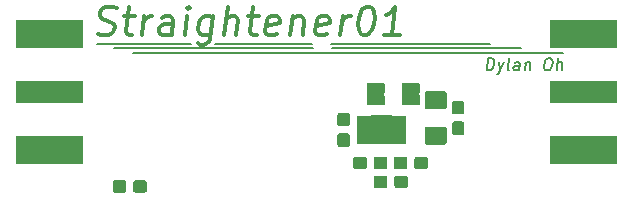
<source format=gbr>
G04 #@! TF.GenerationSoftware,KiCad,Pcbnew,(5.1.5)-3*
G04 #@! TF.CreationDate,2020-02-28T15:02:10-07:00*
G04 #@! TF.ProjectId,Straightener01,53747261-6967-4687-9465-6e657230312e,rev?*
G04 #@! TF.SameCoordinates,Original*
G04 #@! TF.FileFunction,Soldermask,Top*
G04 #@! TF.FilePolarity,Negative*
%FSLAX46Y46*%
G04 Gerber Fmt 4.6, Leading zero omitted, Abs format (unit mm)*
G04 Created by KiCad (PCBNEW (5.1.5)-3) date 2020-02-28 15:02:10*
%MOMM*%
%LPD*%
G04 APERTURE LIST*
%ADD10C,0.150000*%
%ADD11C,0.375000*%
%ADD12C,0.100000*%
G04 APERTURE END LIST*
D10*
X141933348Y-98952380D02*
X142058348Y-97952380D01*
X142296443Y-97952380D01*
X142433348Y-98000000D01*
X142516681Y-98095238D01*
X142552395Y-98190476D01*
X142576205Y-98380952D01*
X142558348Y-98523809D01*
X142486919Y-98714285D01*
X142427395Y-98809523D01*
X142320252Y-98904761D01*
X142171443Y-98952380D01*
X141933348Y-98952380D01*
X142921443Y-98285714D02*
X143076205Y-98952380D01*
X143397633Y-98285714D02*
X143076205Y-98952380D01*
X142951205Y-99190476D01*
X142897633Y-99238095D01*
X142796443Y-99285714D01*
X143838110Y-98952380D02*
X143748824Y-98904761D01*
X143713110Y-98809523D01*
X143820252Y-97952380D01*
X144647633Y-98952380D02*
X144713110Y-98428571D01*
X144677395Y-98333333D01*
X144588110Y-98285714D01*
X144397633Y-98285714D01*
X144296443Y-98333333D01*
X144653586Y-98904761D02*
X144552395Y-98952380D01*
X144314300Y-98952380D01*
X144225014Y-98904761D01*
X144189300Y-98809523D01*
X144201205Y-98714285D01*
X144260729Y-98619047D01*
X144361919Y-98571428D01*
X144600014Y-98571428D01*
X144701205Y-98523809D01*
X145207157Y-98285714D02*
X145123824Y-98952380D01*
X145195252Y-98380952D02*
X145248824Y-98333333D01*
X145350014Y-98285714D01*
X145492872Y-98285714D01*
X145582157Y-98333333D01*
X145617872Y-98428571D01*
X145552395Y-98952380D01*
X147105967Y-97952380D02*
X147296443Y-97952380D01*
X147385729Y-98000000D01*
X147469062Y-98095238D01*
X147492872Y-98285714D01*
X147451205Y-98619047D01*
X147379776Y-98809523D01*
X147272633Y-98904761D01*
X147171443Y-98952380D01*
X146980967Y-98952380D01*
X146891681Y-98904761D01*
X146808348Y-98809523D01*
X146784538Y-98619047D01*
X146826205Y-98285714D01*
X146897633Y-98095238D01*
X147004776Y-98000000D01*
X147105967Y-97952380D01*
X147838110Y-98952380D02*
X147963110Y-97952380D01*
X148266681Y-98952380D02*
X148332157Y-98428571D01*
X148296443Y-98333333D01*
X148207157Y-98285714D01*
X148064300Y-98285714D01*
X147963110Y-98333333D01*
X147909538Y-98380952D01*
X112000000Y-97500000D02*
X148400000Y-97500000D01*
X128800000Y-97100000D02*
X144800000Y-97100000D01*
X110400000Y-97100000D02*
X127200000Y-97100000D01*
X128700000Y-96700000D02*
X142200000Y-96700000D01*
X118900000Y-96700000D02*
X127100000Y-96700000D01*
X108900000Y-96700000D02*
X116900000Y-96700000D01*
D11*
X108973102Y-95871428D02*
X109301674Y-95985714D01*
X109873102Y-95985714D01*
X110115959Y-95871428D01*
X110244531Y-95757142D01*
X110387388Y-95528571D01*
X110415959Y-95300000D01*
X110330245Y-95071428D01*
X110230245Y-94957142D01*
X110015959Y-94842857D01*
X109573102Y-94728571D01*
X109358816Y-94614285D01*
X109258816Y-94500000D01*
X109173102Y-94271428D01*
X109201674Y-94042857D01*
X109344531Y-93814285D01*
X109473102Y-93700000D01*
X109715959Y-93585714D01*
X110287388Y-93585714D01*
X110615959Y-93700000D01*
X111215959Y-94385714D02*
X112130245Y-94385714D01*
X111658816Y-93585714D02*
X111401674Y-95642857D01*
X111487388Y-95871428D01*
X111701674Y-95985714D01*
X111930245Y-95985714D01*
X112730245Y-95985714D02*
X112930245Y-94385714D01*
X112873102Y-94842857D02*
X113015959Y-94614285D01*
X113144531Y-94500000D01*
X113387388Y-94385714D01*
X113615959Y-94385714D01*
X115244531Y-95985714D02*
X115401674Y-94728571D01*
X115315959Y-94500000D01*
X115101674Y-94385714D01*
X114644531Y-94385714D01*
X114401674Y-94500000D01*
X115258816Y-95871428D02*
X115015959Y-95985714D01*
X114444531Y-95985714D01*
X114230245Y-95871428D01*
X114144531Y-95642857D01*
X114173102Y-95414285D01*
X114315959Y-95185714D01*
X114558816Y-95071428D01*
X115130245Y-95071428D01*
X115373102Y-94957142D01*
X116387388Y-95985714D02*
X116587388Y-94385714D01*
X116687388Y-93585714D02*
X116558816Y-93700000D01*
X116658816Y-93814285D01*
X116787388Y-93700000D01*
X116687388Y-93585714D01*
X116658816Y-93814285D01*
X118758816Y-94385714D02*
X118515959Y-96328571D01*
X118373102Y-96557142D01*
X118244531Y-96671428D01*
X118001674Y-96785714D01*
X117658816Y-96785714D01*
X117444531Y-96671428D01*
X118573102Y-95871428D02*
X118330245Y-95985714D01*
X117873102Y-95985714D01*
X117658816Y-95871428D01*
X117558816Y-95757142D01*
X117473102Y-95528571D01*
X117558816Y-94842857D01*
X117701674Y-94614285D01*
X117830245Y-94500000D01*
X118073102Y-94385714D01*
X118530245Y-94385714D01*
X118744531Y-94500000D01*
X119701674Y-95985714D02*
X120001674Y-93585714D01*
X120730245Y-95985714D02*
X120887388Y-94728571D01*
X120801674Y-94500000D01*
X120587388Y-94385714D01*
X120244531Y-94385714D01*
X120001674Y-94500000D01*
X119873102Y-94614285D01*
X121730245Y-94385714D02*
X122644531Y-94385714D01*
X122173102Y-93585714D02*
X121915959Y-95642857D01*
X122001674Y-95871428D01*
X122215959Y-95985714D01*
X122444531Y-95985714D01*
X124173102Y-95871428D02*
X123930245Y-95985714D01*
X123473102Y-95985714D01*
X123258816Y-95871428D01*
X123173102Y-95642857D01*
X123287388Y-94728571D01*
X123430245Y-94500000D01*
X123673102Y-94385714D01*
X124130245Y-94385714D01*
X124344531Y-94500000D01*
X124430245Y-94728571D01*
X124401674Y-94957142D01*
X123230245Y-95185714D01*
X125501674Y-94385714D02*
X125301674Y-95985714D01*
X125473102Y-94614285D02*
X125601674Y-94500000D01*
X125844531Y-94385714D01*
X126187388Y-94385714D01*
X126401674Y-94500000D01*
X126487388Y-94728571D01*
X126330245Y-95985714D01*
X128401674Y-95871428D02*
X128158816Y-95985714D01*
X127701674Y-95985714D01*
X127487388Y-95871428D01*
X127401674Y-95642857D01*
X127515959Y-94728571D01*
X127658816Y-94500000D01*
X127901674Y-94385714D01*
X128358816Y-94385714D01*
X128573102Y-94500000D01*
X128658816Y-94728571D01*
X128630245Y-94957142D01*
X127458816Y-95185714D01*
X129530245Y-95985714D02*
X129730245Y-94385714D01*
X129673102Y-94842857D02*
X129815959Y-94614285D01*
X129944531Y-94500000D01*
X130187388Y-94385714D01*
X130415959Y-94385714D01*
X131773102Y-93585714D02*
X132001674Y-93585714D01*
X132215959Y-93700000D01*
X132315959Y-93814285D01*
X132401674Y-94042857D01*
X132458816Y-94500000D01*
X132387388Y-95071428D01*
X132215959Y-95528571D01*
X132073102Y-95757142D01*
X131944531Y-95871428D01*
X131701674Y-95985714D01*
X131473102Y-95985714D01*
X131258816Y-95871428D01*
X131158816Y-95757142D01*
X131073102Y-95528571D01*
X131015959Y-95071428D01*
X131087388Y-94500000D01*
X131258816Y-94042857D01*
X131401674Y-93814285D01*
X131530245Y-93700000D01*
X131773102Y-93585714D01*
X134558816Y-95985714D02*
X133187388Y-95985714D01*
X133873102Y-95985714D02*
X134173102Y-93585714D01*
X133901674Y-93928571D01*
X133644531Y-94157142D01*
X133401674Y-94271428D01*
D12*
G36*
X112989499Y-108278445D02*
G01*
X113026995Y-108289820D01*
X113061554Y-108308292D01*
X113091847Y-108333153D01*
X113116708Y-108363446D01*
X113135180Y-108398005D01*
X113146555Y-108435501D01*
X113151000Y-108480638D01*
X113151000Y-109119362D01*
X113146555Y-109164499D01*
X113135180Y-109201995D01*
X113116708Y-109236554D01*
X113091847Y-109266847D01*
X113061554Y-109291708D01*
X113026995Y-109310180D01*
X112989499Y-109321555D01*
X112944362Y-109326000D01*
X112205638Y-109326000D01*
X112160501Y-109321555D01*
X112123005Y-109310180D01*
X112088446Y-109291708D01*
X112058153Y-109266847D01*
X112033292Y-109236554D01*
X112014820Y-109201995D01*
X112003445Y-109164499D01*
X111999000Y-109119362D01*
X111999000Y-108480638D01*
X112003445Y-108435501D01*
X112014820Y-108398005D01*
X112033292Y-108363446D01*
X112058153Y-108333153D01*
X112088446Y-108308292D01*
X112123005Y-108289820D01*
X112160501Y-108278445D01*
X112205638Y-108274000D01*
X112944362Y-108274000D01*
X112989499Y-108278445D01*
G37*
G36*
X111239499Y-108278445D02*
G01*
X111276995Y-108289820D01*
X111311554Y-108308292D01*
X111341847Y-108333153D01*
X111366708Y-108363446D01*
X111385180Y-108398005D01*
X111396555Y-108435501D01*
X111401000Y-108480638D01*
X111401000Y-109119362D01*
X111396555Y-109164499D01*
X111385180Y-109201995D01*
X111366708Y-109236554D01*
X111341847Y-109266847D01*
X111311554Y-109291708D01*
X111276995Y-109310180D01*
X111239499Y-109321555D01*
X111194362Y-109326000D01*
X110455638Y-109326000D01*
X110410501Y-109321555D01*
X110373005Y-109310180D01*
X110338446Y-109291708D01*
X110308153Y-109266847D01*
X110283292Y-109236554D01*
X110264820Y-109201995D01*
X110253445Y-109164499D01*
X110249000Y-109119362D01*
X110249000Y-108480638D01*
X110253445Y-108435501D01*
X110264820Y-108398005D01*
X110283292Y-108363446D01*
X110308153Y-108333153D01*
X110338446Y-108308292D01*
X110373005Y-108289820D01*
X110410501Y-108278445D01*
X110455638Y-108274000D01*
X111194362Y-108274000D01*
X111239499Y-108278445D01*
G37*
G36*
X133349499Y-107878445D02*
G01*
X133386995Y-107889820D01*
X133421554Y-107908292D01*
X133451847Y-107933153D01*
X133476708Y-107963446D01*
X133495180Y-107998005D01*
X133506555Y-108035501D01*
X133511000Y-108080638D01*
X133511000Y-108719362D01*
X133506555Y-108764499D01*
X133495180Y-108801995D01*
X133476708Y-108836554D01*
X133451847Y-108866847D01*
X133421554Y-108891708D01*
X133386995Y-108910180D01*
X133349499Y-108921555D01*
X133304362Y-108926000D01*
X132565638Y-108926000D01*
X132520501Y-108921555D01*
X132483005Y-108910180D01*
X132448446Y-108891708D01*
X132418153Y-108866847D01*
X132393292Y-108836554D01*
X132374820Y-108801995D01*
X132363445Y-108764499D01*
X132359000Y-108719362D01*
X132359000Y-108080638D01*
X132363445Y-108035501D01*
X132374820Y-107998005D01*
X132393292Y-107963446D01*
X132418153Y-107933153D01*
X132448446Y-107908292D01*
X132483005Y-107889820D01*
X132520501Y-107878445D01*
X132565638Y-107874000D01*
X133304362Y-107874000D01*
X133349499Y-107878445D01*
G37*
G36*
X135099499Y-107878445D02*
G01*
X135136995Y-107889820D01*
X135171554Y-107908292D01*
X135201847Y-107933153D01*
X135226708Y-107963446D01*
X135245180Y-107998005D01*
X135256555Y-108035501D01*
X135261000Y-108080638D01*
X135261000Y-108719362D01*
X135256555Y-108764499D01*
X135245180Y-108801995D01*
X135226708Y-108836554D01*
X135201847Y-108866847D01*
X135171554Y-108891708D01*
X135136995Y-108910180D01*
X135099499Y-108921555D01*
X135054362Y-108926000D01*
X134315638Y-108926000D01*
X134270501Y-108921555D01*
X134233005Y-108910180D01*
X134198446Y-108891708D01*
X134168153Y-108866847D01*
X134143292Y-108836554D01*
X134124820Y-108801995D01*
X134113445Y-108764499D01*
X134109000Y-108719362D01*
X134109000Y-108080638D01*
X134113445Y-108035501D01*
X134124820Y-107998005D01*
X134143292Y-107963446D01*
X134168153Y-107933153D01*
X134198446Y-107908292D01*
X134233005Y-107889820D01*
X134270501Y-107878445D01*
X134315638Y-107874000D01*
X135054362Y-107874000D01*
X135099499Y-107878445D01*
G37*
G36*
X131599499Y-106278445D02*
G01*
X131636995Y-106289820D01*
X131671554Y-106308292D01*
X131701847Y-106333153D01*
X131726708Y-106363446D01*
X131745180Y-106398005D01*
X131756555Y-106435501D01*
X131761000Y-106480638D01*
X131761000Y-107119362D01*
X131756555Y-107164499D01*
X131745180Y-107201995D01*
X131726708Y-107236554D01*
X131701847Y-107266847D01*
X131671554Y-107291708D01*
X131636995Y-107310180D01*
X131599499Y-107321555D01*
X131554362Y-107326000D01*
X130815638Y-107326000D01*
X130770501Y-107321555D01*
X130733005Y-107310180D01*
X130698446Y-107291708D01*
X130668153Y-107266847D01*
X130643292Y-107236554D01*
X130624820Y-107201995D01*
X130613445Y-107164499D01*
X130609000Y-107119362D01*
X130609000Y-106480638D01*
X130613445Y-106435501D01*
X130624820Y-106398005D01*
X130643292Y-106363446D01*
X130668153Y-106333153D01*
X130698446Y-106308292D01*
X130733005Y-106289820D01*
X130770501Y-106278445D01*
X130815638Y-106274000D01*
X131554362Y-106274000D01*
X131599499Y-106278445D01*
G37*
G36*
X136789499Y-106278445D02*
G01*
X136826995Y-106289820D01*
X136861554Y-106308292D01*
X136891847Y-106333153D01*
X136916708Y-106363446D01*
X136935180Y-106398005D01*
X136946555Y-106435501D01*
X136951000Y-106480638D01*
X136951000Y-107119362D01*
X136946555Y-107164499D01*
X136935180Y-107201995D01*
X136916708Y-107236554D01*
X136891847Y-107266847D01*
X136861554Y-107291708D01*
X136826995Y-107310180D01*
X136789499Y-107321555D01*
X136744362Y-107326000D01*
X136005638Y-107326000D01*
X135960501Y-107321555D01*
X135923005Y-107310180D01*
X135888446Y-107291708D01*
X135858153Y-107266847D01*
X135833292Y-107236554D01*
X135814820Y-107201995D01*
X135803445Y-107164499D01*
X135799000Y-107119362D01*
X135799000Y-106480638D01*
X135803445Y-106435501D01*
X135814820Y-106398005D01*
X135833292Y-106363446D01*
X135858153Y-106333153D01*
X135888446Y-106308292D01*
X135923005Y-106289820D01*
X135960501Y-106278445D01*
X136005638Y-106274000D01*
X136744362Y-106274000D01*
X136789499Y-106278445D01*
G37*
G36*
X135039499Y-106278445D02*
G01*
X135076995Y-106289820D01*
X135111554Y-106308292D01*
X135141847Y-106333153D01*
X135166708Y-106363446D01*
X135185180Y-106398005D01*
X135196555Y-106435501D01*
X135201000Y-106480638D01*
X135201000Y-107119362D01*
X135196555Y-107164499D01*
X135185180Y-107201995D01*
X135166708Y-107236554D01*
X135141847Y-107266847D01*
X135111554Y-107291708D01*
X135076995Y-107310180D01*
X135039499Y-107321555D01*
X134994362Y-107326000D01*
X134255638Y-107326000D01*
X134210501Y-107321555D01*
X134173005Y-107310180D01*
X134138446Y-107291708D01*
X134108153Y-107266847D01*
X134083292Y-107236554D01*
X134064820Y-107201995D01*
X134053445Y-107164499D01*
X134049000Y-107119362D01*
X134049000Y-106480638D01*
X134053445Y-106435501D01*
X134064820Y-106398005D01*
X134083292Y-106363446D01*
X134108153Y-106333153D01*
X134138446Y-106308292D01*
X134173005Y-106289820D01*
X134210501Y-106278445D01*
X134255638Y-106274000D01*
X134994362Y-106274000D01*
X135039499Y-106278445D01*
G37*
G36*
X133349499Y-106278445D02*
G01*
X133386995Y-106289820D01*
X133421554Y-106308292D01*
X133451847Y-106333153D01*
X133476708Y-106363446D01*
X133495180Y-106398005D01*
X133506555Y-106435501D01*
X133511000Y-106480638D01*
X133511000Y-107119362D01*
X133506555Y-107164499D01*
X133495180Y-107201995D01*
X133476708Y-107236554D01*
X133451847Y-107266847D01*
X133421554Y-107291708D01*
X133386995Y-107310180D01*
X133349499Y-107321555D01*
X133304362Y-107326000D01*
X132565638Y-107326000D01*
X132520501Y-107321555D01*
X132483005Y-107310180D01*
X132448446Y-107291708D01*
X132418153Y-107266847D01*
X132393292Y-107236554D01*
X132374820Y-107201995D01*
X132363445Y-107164499D01*
X132359000Y-107119362D01*
X132359000Y-106480638D01*
X132363445Y-106435501D01*
X132374820Y-106398005D01*
X132393292Y-106363446D01*
X132418153Y-106333153D01*
X132448446Y-106308292D01*
X132483005Y-106289820D01*
X132520501Y-106278445D01*
X132565638Y-106274000D01*
X133304362Y-106274000D01*
X133349499Y-106278445D01*
G37*
G36*
X152960000Y-106900000D02*
G01*
X147240000Y-106900000D01*
X147240000Y-104550000D01*
X152960000Y-104550000D01*
X152960000Y-106900000D01*
G37*
G36*
X107760000Y-106900000D02*
G01*
X102040000Y-106900000D01*
X102040000Y-104550000D01*
X107760000Y-104550000D01*
X107760000Y-106900000D01*
G37*
G36*
X130164499Y-104303445D02*
G01*
X130201995Y-104314820D01*
X130236554Y-104333292D01*
X130266847Y-104358153D01*
X130291708Y-104388446D01*
X130310180Y-104423005D01*
X130321555Y-104460501D01*
X130326000Y-104505638D01*
X130326000Y-105244362D01*
X130321555Y-105289499D01*
X130310180Y-105326995D01*
X130291708Y-105361554D01*
X130266847Y-105391847D01*
X130236554Y-105416708D01*
X130201995Y-105435180D01*
X130164499Y-105446555D01*
X130119362Y-105451000D01*
X129480638Y-105451000D01*
X129435501Y-105446555D01*
X129398005Y-105435180D01*
X129363446Y-105416708D01*
X129333153Y-105391847D01*
X129308292Y-105361554D01*
X129289820Y-105326995D01*
X129278445Y-105289499D01*
X129274000Y-105244362D01*
X129274000Y-104505638D01*
X129278445Y-104460501D01*
X129289820Y-104423005D01*
X129308292Y-104388446D01*
X129333153Y-104358153D01*
X129363446Y-104333292D01*
X129398005Y-104314820D01*
X129435501Y-104303445D01*
X129480638Y-104299000D01*
X130119362Y-104299000D01*
X130164499Y-104303445D01*
G37*
G36*
X138375562Y-103728181D02*
G01*
X138410481Y-103738774D01*
X138442663Y-103755976D01*
X138470873Y-103779127D01*
X138494024Y-103807337D01*
X138511226Y-103839519D01*
X138521819Y-103874438D01*
X138526000Y-103916895D01*
X138526000Y-105058105D01*
X138521819Y-105100562D01*
X138511226Y-105135481D01*
X138494024Y-105167663D01*
X138470873Y-105195873D01*
X138442663Y-105219024D01*
X138410481Y-105236226D01*
X138375562Y-105246819D01*
X138333105Y-105251000D01*
X136866895Y-105251000D01*
X136824438Y-105246819D01*
X136789519Y-105236226D01*
X136757337Y-105219024D01*
X136729127Y-105195873D01*
X136705976Y-105167663D01*
X136688774Y-105135481D01*
X136678181Y-105100562D01*
X136674000Y-105058105D01*
X136674000Y-103916895D01*
X136678181Y-103874438D01*
X136688774Y-103839519D01*
X136705976Y-103807337D01*
X136729127Y-103779127D01*
X136757337Y-103755976D01*
X136789519Y-103738774D01*
X136824438Y-103728181D01*
X136866895Y-103724000D01*
X138333105Y-103724000D01*
X138375562Y-103728181D01*
G37*
G36*
X133897066Y-102768447D02*
G01*
X133912611Y-102787389D01*
X133931553Y-102802934D01*
X133953164Y-102814485D01*
X133976613Y-102821598D01*
X134000999Y-102824000D01*
X135076000Y-102824000D01*
X135076000Y-105176000D01*
X134000999Y-105176000D01*
X133976613Y-105178402D01*
X133953164Y-105185515D01*
X133931553Y-105197066D01*
X133912611Y-105212611D01*
X133897066Y-105231553D01*
X133892017Y-105241000D01*
X132107983Y-105241000D01*
X132102934Y-105231553D01*
X132087389Y-105212611D01*
X132068447Y-105197066D01*
X132046836Y-105185515D01*
X132023387Y-105178402D01*
X131999001Y-105176000D01*
X130924000Y-105176000D01*
X130924000Y-102824000D01*
X131999001Y-102824000D01*
X132023387Y-102821598D01*
X132046836Y-102814485D01*
X132068447Y-102802934D01*
X132087389Y-102787389D01*
X132102934Y-102768447D01*
X132107983Y-102759000D01*
X133892017Y-102759000D01*
X133897066Y-102768447D01*
G37*
G36*
X139864499Y-103303445D02*
G01*
X139901995Y-103314820D01*
X139936554Y-103333292D01*
X139966847Y-103358153D01*
X139991708Y-103388446D01*
X140010180Y-103423005D01*
X140021555Y-103460501D01*
X140026000Y-103505638D01*
X140026000Y-104244362D01*
X140021555Y-104289499D01*
X140010180Y-104326995D01*
X139991708Y-104361554D01*
X139966847Y-104391847D01*
X139936554Y-104416708D01*
X139901995Y-104435180D01*
X139864499Y-104446555D01*
X139819362Y-104451000D01*
X139180638Y-104451000D01*
X139135501Y-104446555D01*
X139098005Y-104435180D01*
X139063446Y-104416708D01*
X139033153Y-104391847D01*
X139008292Y-104361554D01*
X138989820Y-104326995D01*
X138978445Y-104289499D01*
X138974000Y-104244362D01*
X138974000Y-103505638D01*
X138978445Y-103460501D01*
X138989820Y-103423005D01*
X139008292Y-103388446D01*
X139033153Y-103358153D01*
X139063446Y-103333292D01*
X139098005Y-103314820D01*
X139135501Y-103303445D01*
X139180638Y-103299000D01*
X139819362Y-103299000D01*
X139864499Y-103303445D01*
G37*
G36*
X130164499Y-102553445D02*
G01*
X130201995Y-102564820D01*
X130236554Y-102583292D01*
X130266847Y-102608153D01*
X130291708Y-102638446D01*
X130310180Y-102673005D01*
X130321555Y-102710501D01*
X130326000Y-102755638D01*
X130326000Y-103494362D01*
X130321555Y-103539499D01*
X130310180Y-103576995D01*
X130291708Y-103611554D01*
X130266847Y-103641847D01*
X130236554Y-103666708D01*
X130201995Y-103685180D01*
X130164499Y-103696555D01*
X130119362Y-103701000D01*
X129480638Y-103701000D01*
X129435501Y-103696555D01*
X129398005Y-103685180D01*
X129363446Y-103666708D01*
X129333153Y-103641847D01*
X129308292Y-103611554D01*
X129289820Y-103576995D01*
X129278445Y-103539499D01*
X129274000Y-103494362D01*
X129274000Y-102755638D01*
X129278445Y-102710501D01*
X129289820Y-102673005D01*
X129308292Y-102638446D01*
X129333153Y-102608153D01*
X129363446Y-102583292D01*
X129398005Y-102564820D01*
X129435501Y-102553445D01*
X129480638Y-102549000D01*
X130119362Y-102549000D01*
X130164499Y-102553445D01*
G37*
G36*
X139864499Y-101553445D02*
G01*
X139901995Y-101564820D01*
X139936554Y-101583292D01*
X139966847Y-101608153D01*
X139991708Y-101638446D01*
X140010180Y-101673005D01*
X140021555Y-101710501D01*
X140026000Y-101755638D01*
X140026000Y-102494362D01*
X140021555Y-102539499D01*
X140010180Y-102576995D01*
X139991708Y-102611554D01*
X139966847Y-102641847D01*
X139936554Y-102666708D01*
X139901995Y-102685180D01*
X139864499Y-102696555D01*
X139819362Y-102701000D01*
X139180638Y-102701000D01*
X139135501Y-102696555D01*
X139098005Y-102685180D01*
X139063446Y-102666708D01*
X139033153Y-102641847D01*
X139008292Y-102611554D01*
X138989820Y-102576995D01*
X138978445Y-102539499D01*
X138974000Y-102494362D01*
X138974000Y-101755638D01*
X138978445Y-101710501D01*
X138989820Y-101673005D01*
X139008292Y-101638446D01*
X139033153Y-101608153D01*
X139063446Y-101583292D01*
X139098005Y-101564820D01*
X139135501Y-101553445D01*
X139180638Y-101549000D01*
X139819362Y-101549000D01*
X139864499Y-101553445D01*
G37*
G36*
X138376187Y-100753166D02*
G01*
X138410965Y-100763716D01*
X138443010Y-100780845D01*
X138471102Y-100803898D01*
X138494155Y-100831990D01*
X138511284Y-100864035D01*
X138521834Y-100898813D01*
X138526000Y-100941114D01*
X138526000Y-102083886D01*
X138521834Y-102126187D01*
X138511284Y-102160965D01*
X138494155Y-102193010D01*
X138471102Y-102221102D01*
X138443010Y-102244155D01*
X138410965Y-102261284D01*
X138376187Y-102271834D01*
X138333886Y-102276000D01*
X136866114Y-102276000D01*
X136823813Y-102271834D01*
X136789035Y-102261284D01*
X136756990Y-102244155D01*
X136728898Y-102221102D01*
X136705845Y-102193010D01*
X136688716Y-102160965D01*
X136678166Y-102126187D01*
X136674000Y-102083886D01*
X136674000Y-100941114D01*
X136678166Y-100898813D01*
X136688716Y-100864035D01*
X136705845Y-100831990D01*
X136728898Y-100803898D01*
X136756990Y-100780845D01*
X136789035Y-100763716D01*
X136823813Y-100753166D01*
X136866114Y-100749000D01*
X138333886Y-100749000D01*
X138376187Y-100753166D01*
G37*
G36*
X133221267Y-100065897D02*
G01*
X133233887Y-100069725D01*
X133245509Y-100075937D01*
X133255700Y-100084300D01*
X133264063Y-100094491D01*
X133270275Y-100106113D01*
X133274103Y-100118733D01*
X133276000Y-100137993D01*
X133276000Y-100842007D01*
X133274103Y-100861267D01*
X133270275Y-100873887D01*
X133264063Y-100885509D01*
X133253374Y-100898534D01*
X133241208Y-100910698D01*
X133227594Y-100931072D01*
X133218216Y-100953710D01*
X133213434Y-100977743D01*
X133213433Y-101002247D01*
X133218213Y-101026281D01*
X133227590Y-101048920D01*
X133241203Y-101069295D01*
X133253371Y-101081463D01*
X133264063Y-101094491D01*
X133270275Y-101106113D01*
X133274103Y-101118733D01*
X133276000Y-101137993D01*
X133276000Y-101842007D01*
X133274103Y-101861267D01*
X133270275Y-101873887D01*
X133264063Y-101885509D01*
X133255700Y-101895700D01*
X133245509Y-101904063D01*
X133233887Y-101910275D01*
X133221267Y-101914103D01*
X133202007Y-101916000D01*
X131822993Y-101916000D01*
X131803733Y-101914103D01*
X131791113Y-101910275D01*
X131779491Y-101904063D01*
X131769300Y-101895700D01*
X131760937Y-101885509D01*
X131754725Y-101873887D01*
X131750897Y-101861267D01*
X131749000Y-101842007D01*
X131749000Y-101137993D01*
X131750897Y-101118733D01*
X131754725Y-101106113D01*
X131760937Y-101094491D01*
X131771626Y-101081466D01*
X131783792Y-101069302D01*
X131797406Y-101048928D01*
X131806784Y-101026290D01*
X131811566Y-101002257D01*
X131811567Y-100977753D01*
X131806787Y-100953719D01*
X131797410Y-100931080D01*
X131783797Y-100910705D01*
X131771629Y-100898537D01*
X131760937Y-100885509D01*
X131754725Y-100873887D01*
X131750897Y-100861267D01*
X131749000Y-100842007D01*
X131749000Y-100137993D01*
X131750897Y-100118733D01*
X131754725Y-100106113D01*
X131760937Y-100094491D01*
X131769300Y-100084300D01*
X131779491Y-100075937D01*
X131791113Y-100069725D01*
X131803733Y-100065897D01*
X131822993Y-100064000D01*
X133202007Y-100064000D01*
X133221267Y-100065897D01*
G37*
G36*
X136196267Y-100065897D02*
G01*
X136208887Y-100069725D01*
X136220509Y-100075937D01*
X136230700Y-100084300D01*
X136239063Y-100094491D01*
X136245275Y-100106113D01*
X136249103Y-100118733D01*
X136251000Y-100137993D01*
X136251000Y-100842007D01*
X136249103Y-100861267D01*
X136245275Y-100873887D01*
X136239063Y-100885509D01*
X136228374Y-100898534D01*
X136216208Y-100910698D01*
X136202594Y-100931072D01*
X136193216Y-100953710D01*
X136188434Y-100977743D01*
X136188433Y-101002247D01*
X136193213Y-101026281D01*
X136202590Y-101048920D01*
X136216203Y-101069295D01*
X136228371Y-101081463D01*
X136239063Y-101094491D01*
X136245275Y-101106113D01*
X136249103Y-101118733D01*
X136251000Y-101137993D01*
X136251000Y-101842007D01*
X136249103Y-101861267D01*
X136245275Y-101873887D01*
X136239063Y-101885509D01*
X136230700Y-101895700D01*
X136220509Y-101904063D01*
X136208887Y-101910275D01*
X136196267Y-101914103D01*
X136177007Y-101916000D01*
X134797993Y-101916000D01*
X134778733Y-101914103D01*
X134766113Y-101910275D01*
X134754491Y-101904063D01*
X134744300Y-101895700D01*
X134735937Y-101885509D01*
X134729725Y-101873887D01*
X134725897Y-101861267D01*
X134724000Y-101842007D01*
X134724000Y-101137993D01*
X134725897Y-101118733D01*
X134729725Y-101106113D01*
X134735937Y-101094491D01*
X134746626Y-101081466D01*
X134758792Y-101069302D01*
X134772406Y-101048928D01*
X134781784Y-101026290D01*
X134786566Y-101002257D01*
X134786567Y-100977753D01*
X134781787Y-100953719D01*
X134772410Y-100931080D01*
X134758797Y-100910705D01*
X134746629Y-100898537D01*
X134735937Y-100885509D01*
X134729725Y-100873887D01*
X134725897Y-100861267D01*
X134724000Y-100842007D01*
X134724000Y-100137993D01*
X134725897Y-100118733D01*
X134729725Y-100106113D01*
X134735937Y-100094491D01*
X134744300Y-100084300D01*
X134754491Y-100075937D01*
X134766113Y-100069725D01*
X134778733Y-100065897D01*
X134797993Y-100064000D01*
X136177007Y-100064000D01*
X136196267Y-100065897D01*
G37*
G36*
X152960000Y-101730000D02*
G01*
X147240000Y-101730000D01*
X147240000Y-99870000D01*
X152960000Y-99870000D01*
X152960000Y-101730000D01*
G37*
G36*
X107760000Y-101730000D02*
G01*
X102040000Y-101730000D01*
X102040000Y-99870000D01*
X107760000Y-99870000D01*
X107760000Y-101730000D01*
G37*
G36*
X152960000Y-97050000D02*
G01*
X147240000Y-97050000D01*
X147240000Y-94700000D01*
X152960000Y-94700000D01*
X152960000Y-97050000D01*
G37*
G36*
X107760000Y-97050000D02*
G01*
X102040000Y-97050000D01*
X102040000Y-94700000D01*
X107760000Y-94700000D01*
X107760000Y-97050000D01*
G37*
M02*

</source>
